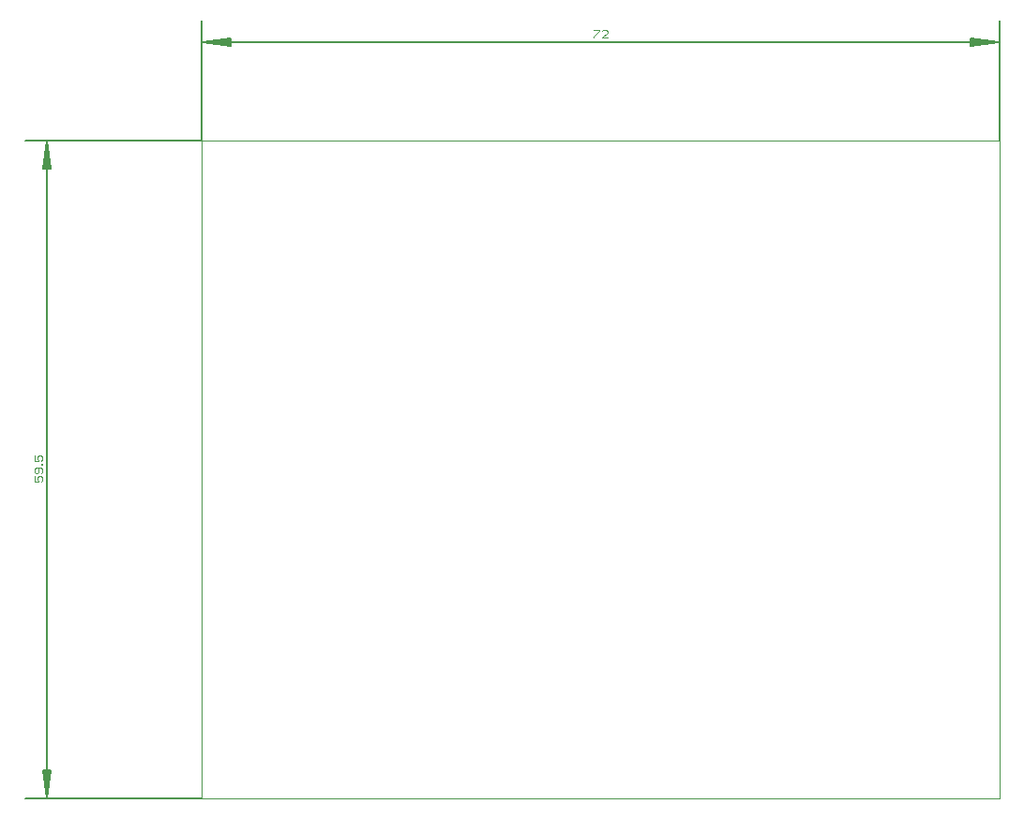
<source format=gko>
G75*
%MOIN*%
%OFA0B0*%
%FSLAX25Y25*%
%IPPOS*%
%LPD*%
%AMOC8*
5,1,8,0,0,1.08239X$1,22.5*
%
%ADD10C,0.00492*%
%ADD11C,0.00512*%
%ADD12C,0.00300*%
D10*
X0064051Y0009674D02*
X0347516Y0009674D01*
X0347516Y0243926D01*
X0064051Y0243926D01*
X0064051Y0009674D01*
D11*
X0001256Y0009674D01*
X0008933Y0009930D02*
X0009957Y0019910D01*
X0010190Y0019910D02*
X0008933Y0009930D01*
X0007909Y0019910D01*
X0007676Y0019910D02*
X0010190Y0019910D01*
X0009445Y0019910D02*
X0008933Y0009930D01*
X0008421Y0019910D01*
X0007676Y0019910D02*
X0008933Y0009930D01*
X0008933Y0243670D01*
X0009957Y0233690D01*
X0010190Y0233690D02*
X0008933Y0243670D01*
X0007909Y0233690D01*
X0007676Y0233690D02*
X0010190Y0233690D01*
X0009445Y0233690D02*
X0008933Y0243670D01*
X0008421Y0233690D01*
X0007676Y0233690D02*
X0008933Y0243670D01*
X0001256Y0243926D02*
X0064051Y0243926D01*
X0064051Y0286544D01*
X0064307Y0278867D02*
X0074287Y0277843D01*
X0074287Y0277610D02*
X0064307Y0278867D01*
X0074287Y0279891D01*
X0074287Y0280124D02*
X0074287Y0277610D01*
X0074287Y0278355D02*
X0064307Y0278867D01*
X0074287Y0279379D01*
X0074287Y0280124D02*
X0064307Y0278867D01*
X0347260Y0278867D01*
X0337280Y0277843D01*
X0337280Y0277610D02*
X0347260Y0278867D01*
X0337280Y0279891D01*
X0337280Y0280124D02*
X0337280Y0277610D01*
X0337280Y0278355D02*
X0347260Y0278867D01*
X0337280Y0279379D01*
X0337280Y0280124D02*
X0347260Y0278867D01*
X0347516Y0286544D02*
X0347516Y0243926D01*
D12*
X0208250Y0280329D02*
X0206315Y0280329D01*
X0208250Y0282264D01*
X0208250Y0282747D01*
X0207766Y0283231D01*
X0206798Y0283231D01*
X0206315Y0282747D01*
X0205303Y0282747D02*
X0203368Y0280812D01*
X0203368Y0280329D01*
X0203368Y0283231D02*
X0205303Y0283231D01*
X0205303Y0282747D01*
X0007471Y0131287D02*
X0007471Y0130320D01*
X0006988Y0129836D01*
X0006020Y0129836D02*
X0005536Y0130803D01*
X0005536Y0131287D01*
X0006020Y0131771D01*
X0006988Y0131771D01*
X0007471Y0131287D01*
X0006020Y0129836D02*
X0004569Y0129836D01*
X0004569Y0131771D01*
X0006988Y0128846D02*
X0007471Y0128846D01*
X0007471Y0128363D01*
X0006988Y0128363D01*
X0006988Y0128846D01*
X0006988Y0127351D02*
X0005053Y0127351D01*
X0004569Y0126867D01*
X0004569Y0125900D01*
X0005053Y0125416D01*
X0005536Y0125416D01*
X0006020Y0125900D01*
X0006020Y0127351D01*
X0006988Y0127351D02*
X0007471Y0126867D01*
X0007471Y0125900D01*
X0006988Y0125416D01*
X0006988Y0124404D02*
X0007471Y0123921D01*
X0007471Y0122953D01*
X0006988Y0122470D01*
X0006020Y0122470D02*
X0005536Y0123437D01*
X0005536Y0123921D01*
X0006020Y0124404D01*
X0006988Y0124404D01*
X0006020Y0122470D02*
X0004569Y0122470D01*
X0004569Y0124404D01*
M02*

</source>
